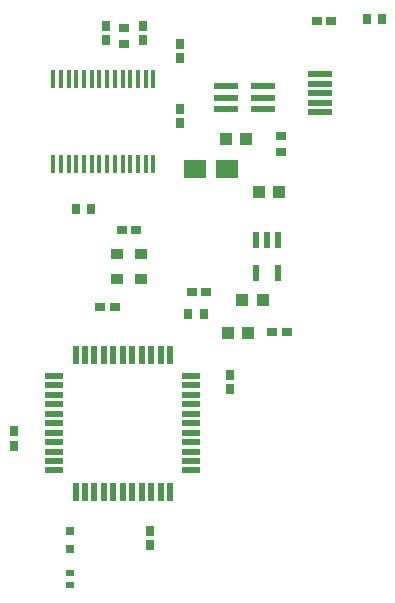
<source format=gbr>
G04 EAGLE Gerber RS-274X export*
G75*
%MOMM*%
%FSLAX34Y34*%
%LPD*%
%INSolderpaste Top*%
%IPPOS*%
%AMOC8*
5,1,8,0,0,1.08239X$1,22.5*%
G01*
%ADD10R,0.400000X1.500000*%
%ADD11R,2.000000X0.500000*%
%ADD12R,0.700000X0.900000*%
%ADD13R,0.740000X0.925000*%
%ADD14R,0.925000X0.740000*%
%ADD15R,1.500000X0.500000*%
%ADD16R,0.500000X1.500000*%
%ADD17R,1.950000X1.500000*%
%ADD18R,0.900000X0.700000*%
%ADD19R,1.000000X1.100000*%
%ADD20R,1.100000X0.900000*%
%ADD21R,1.050000X1.080000*%
%ADD22R,0.600000X1.408000*%
%ADD23R,2.000000X0.600000*%
%ADD24R,0.800000X0.800000*%
%ADD25R,0.700000X0.600000*%


D10*
X120310Y422220D03*
X126810Y422220D03*
X133310Y422220D03*
X139810Y422220D03*
X146310Y422220D03*
X152810Y422220D03*
X159310Y422220D03*
X165810Y422220D03*
X172310Y422220D03*
X178810Y422220D03*
X185310Y422220D03*
X191810Y422220D03*
X198310Y422220D03*
X204810Y422220D03*
X204810Y494720D03*
X198310Y494720D03*
X191810Y494720D03*
X185310Y494720D03*
X178810Y494720D03*
X172310Y494720D03*
X165810Y494720D03*
X159310Y494720D03*
X152810Y494720D03*
X146310Y494720D03*
X139810Y494720D03*
X133310Y494720D03*
X126810Y494720D03*
X120310Y494720D03*
D11*
X345960Y482450D03*
X345960Y474450D03*
X345960Y490450D03*
X345960Y498450D03*
X345960Y466450D03*
D12*
X247432Y295788D03*
X234432Y295788D03*
D13*
X269934Y232242D03*
X269934Y244242D03*
D14*
X172150Y301938D03*
X160150Y301938D03*
D13*
X202036Y112158D03*
X202036Y100158D03*
D14*
X190644Y366962D03*
X178644Y366962D03*
D13*
X86762Y184236D03*
X86762Y196236D03*
D15*
X121070Y243200D03*
X121070Y235200D03*
X121070Y227200D03*
X121070Y219200D03*
X121070Y211200D03*
X121070Y203200D03*
X121070Y195200D03*
X121070Y187200D03*
X121070Y179200D03*
X121070Y171200D03*
X121070Y163200D03*
D16*
X139070Y145200D03*
X147070Y145200D03*
X155070Y145200D03*
X163070Y145200D03*
X171070Y145200D03*
X179070Y145200D03*
X187070Y145200D03*
X195070Y145200D03*
X203070Y145200D03*
X211070Y145200D03*
X219070Y145200D03*
D15*
X237070Y163200D03*
X237070Y171200D03*
X237070Y179200D03*
X237070Y187200D03*
X237070Y195200D03*
X237070Y203200D03*
X237070Y211200D03*
X237070Y219200D03*
X237070Y227200D03*
X237070Y235200D03*
X237070Y243200D03*
D16*
X219070Y261200D03*
X211070Y261200D03*
X203070Y261200D03*
X195070Y261200D03*
X187070Y261200D03*
X179070Y261200D03*
X171070Y261200D03*
X163070Y261200D03*
X155070Y261200D03*
X147070Y261200D03*
X139070Y261200D03*
D13*
X195890Y527560D03*
X195890Y539560D03*
X164648Y527560D03*
X164648Y539560D03*
D17*
X267270Y418310D03*
X239770Y418310D03*
D12*
X152108Y384254D03*
X139108Y384254D03*
D18*
X312820Y445930D03*
X312820Y432930D03*
D13*
X227260Y469390D03*
X227260Y457390D03*
X227260Y512320D03*
X227260Y524320D03*
D19*
X266390Y443790D03*
X283390Y443790D03*
D14*
X343320Y543905D03*
X355320Y543905D03*
D18*
X179664Y537614D03*
X179664Y524614D03*
D12*
X385390Y545289D03*
X398390Y545289D03*
D20*
X174404Y346542D03*
X174404Y325542D03*
X194404Y325542D03*
X194404Y346542D03*
D21*
X297548Y307340D03*
X280048Y307340D03*
D22*
X310490Y358210D03*
X300990Y358210D03*
X291490Y358210D03*
X291490Y330130D03*
X310490Y330130D03*
D21*
X294018Y398526D03*
X311518Y398526D03*
D14*
X305658Y280162D03*
X317658Y280162D03*
D23*
X266440Y488290D03*
X266440Y478790D03*
X266440Y469290D03*
X297440Y469290D03*
X297440Y478790D03*
X297440Y488290D03*
D19*
X267852Y279146D03*
X284852Y279146D03*
D14*
X249472Y314452D03*
X237472Y314452D03*
D24*
X134620Y96640D03*
X134620Y111640D03*
D25*
X134620Y66120D03*
X134620Y76120D03*
M02*

</source>
